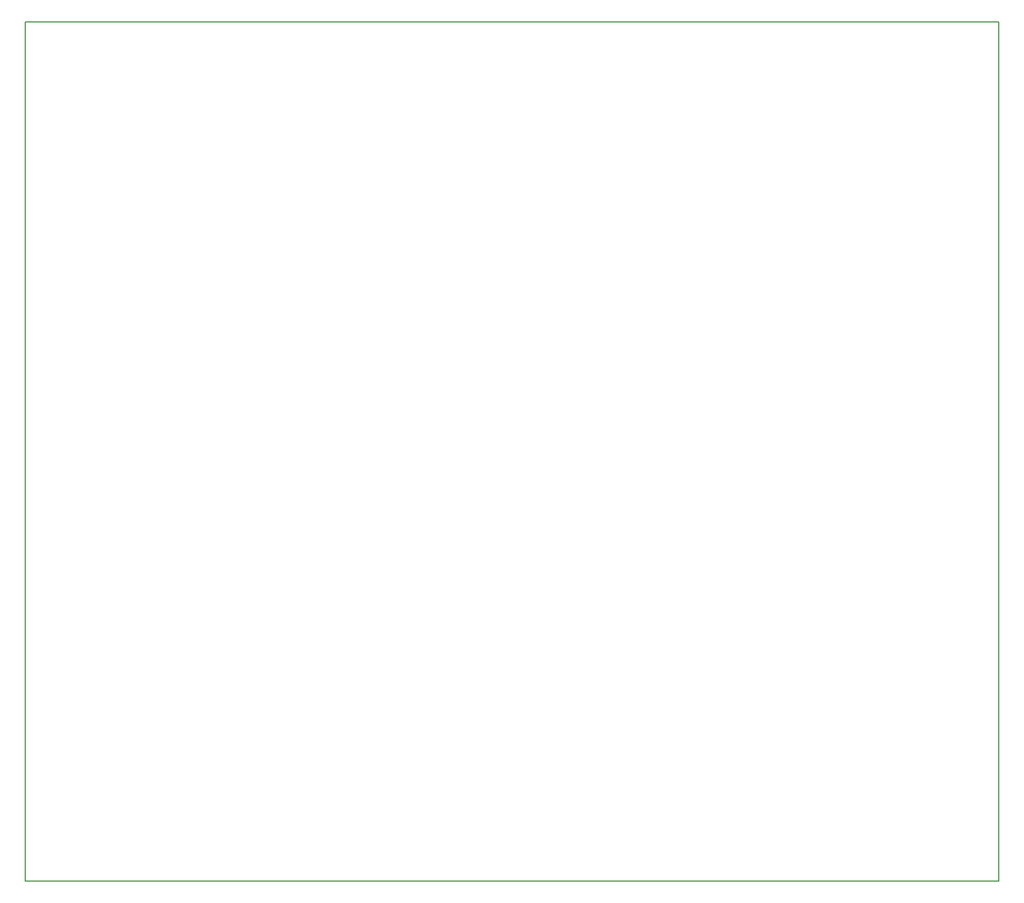
<source format=gbo>
G04 MADE WITH FRITZING*
G04 WWW.FRITZING.ORG*
G04 DOUBLE SIDED*
G04 HOLES PLATED*
G04 CONTOUR ON CENTER OF CONTOUR VECTOR*
%ASAXBY*%
%FSLAX23Y23*%
%MOIN*%
%OFA0B0*%
%SFA1.0B1.0*%
%ADD10R,5.924340X5.228980X5.908340X5.212980*%
%ADD11C,0.008000*%
%LNSILK0*%
G90*
G70*
G54D11*
X4Y5225D02*
X5920Y5225D01*
X5920Y4D01*
X4Y4D01*
X4Y5225D01*
D02*
G04 End of Silk0*
M02*
</source>
